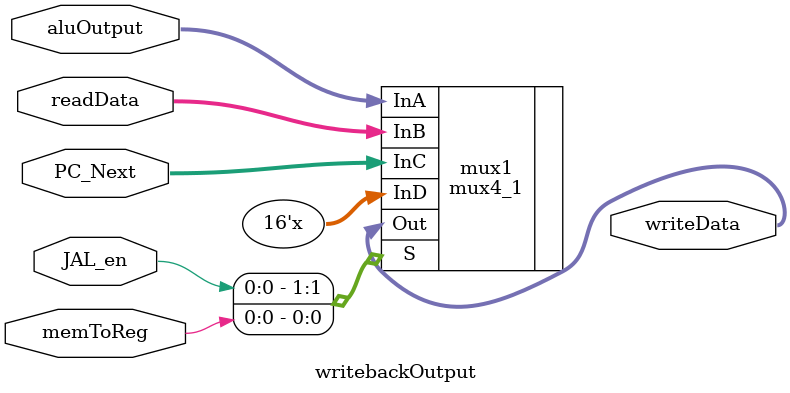
<source format=v>

module writebackOutput(readData, writeData, aluOutput, PC_Next, memToReg, JAL_en); 

	input[15:0] readData, aluOutput, PC_Next; 
	input memToReg, JAL_en; 

	output[15:0] writeData;

	// Select is {JAL_en,memToReg} which will let us know if we're writing to a register, jumping
	// or neither
	// 00 - take the ALU output to write to register file
	// 01 - take what came out of memory to write to register file
	// 10 - jumping! so store the context of current PC into R7 

	mux4_1 #(.NUM_BITS(16)) mux1(.InA(aluOutput), .InB(readData), .InC(PC_Next), .InD(16'hxxxx), .S({JAL_en, memToReg}), .Out(writeData)); 
 
endmodule
</source>
